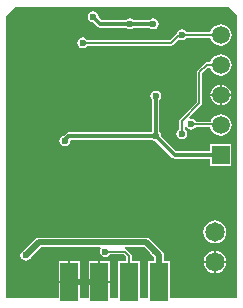
<source format=gbl>
G04*
G04 #@! TF.GenerationSoftware,Altium Limited,CircuitStudio,1.5.2 (30)*
G04*
G04 Layer_Physical_Order=2*
G04 Layer_Color=16711680*
%FSLAX25Y25*%
%MOIN*%
G70*
G01*
G75*
%ADD10R,0.06000X0.12598*%
%ADD25C,0.01969*%
%ADD26C,0.00600*%
%ADD28C,0.01181*%
%ADD29C,0.05906*%
%ADD30R,0.05906X0.05906*%
%ADD31C,0.06500*%
%ADD32C,0.02362*%
%ADD33C,0.02756*%
G36*
X349606Y242520D02*
Y148425D01*
X327124D01*
Y160718D01*
X325237D01*
Y162598D01*
X325135Y163114D01*
X325114Y163217D01*
X324764Y163741D01*
X323747Y164758D01*
X323725Y164868D01*
X323331Y165457D01*
X322742Y165851D01*
X322632Y165873D01*
X320433Y168071D01*
X319910Y168421D01*
X319291Y168544D01*
X283465D01*
X282846Y168421D01*
X282322Y168071D01*
X278549Y164298D01*
X278439Y164276D01*
X277850Y163883D01*
X277456Y163293D01*
X277318Y162598D01*
X277456Y161904D01*
X277850Y161314D01*
X278439Y160921D01*
X279134Y160782D01*
X279829Y160921D01*
X280418Y161314D01*
X280812Y161904D01*
X280834Y162014D01*
X284134Y165314D01*
X303833D01*
X304100Y164814D01*
X303952Y164593D01*
X303814Y163898D01*
X303952Y163203D01*
X304346Y162613D01*
X304935Y162220D01*
X305630Y162082D01*
X306325Y162220D01*
X306914Y162613D01*
X307159Y162980D01*
X311706D01*
X312606Y162081D01*
Y160718D01*
X309924D01*
Y148425D01*
X307024D01*
Y153569D01*
X300024D01*
Y148425D01*
X297024D01*
Y153569D01*
X290024D01*
Y148425D01*
X272441D01*
Y242126D01*
X275590Y245276D01*
X346850D01*
X349606Y242520D01*
D02*
G37*
G36*
X320348Y163589D02*
X320370Y163478D01*
X320763Y162889D01*
X321352Y162496D01*
X321463Y162473D01*
X322007Y161929D01*
Y160718D01*
X319924D01*
Y148425D01*
X317124D01*
Y160718D01*
X314441D01*
Y162461D01*
X314371Y162812D01*
X314173Y163110D01*
X312736Y164547D01*
X312438Y164745D01*
X312087Y164815D01*
X312090Y165314D01*
X318622D01*
X320348Y163589D01*
D02*
G37*
%LPC*%
G36*
X341876Y160222D02*
X338376D01*
X338473Y159494D01*
X338850Y158581D01*
X339452Y157798D01*
X340235Y157197D01*
X341147Y156819D01*
X341876Y156723D01*
Y160222D01*
D02*
G37*
G36*
X345875D02*
X342376D01*
Y156723D01*
X343105Y156819D01*
X344017Y157197D01*
X344800Y157798D01*
X345402Y158581D01*
X345779Y159494D01*
X345875Y160222D01*
D02*
G37*
G36*
X341876Y164222D02*
X341147Y164126D01*
X340235Y163748D01*
X339452Y163147D01*
X338850Y162364D01*
X338473Y161451D01*
X338376Y160722D01*
X341876D01*
Y164222D01*
D02*
G37*
G36*
X307024Y160618D02*
X303774D01*
Y154069D01*
X307024D01*
Y160618D01*
D02*
G37*
G36*
X293274D02*
X290024D01*
Y154069D01*
X293274D01*
Y160618D01*
D02*
G37*
G36*
X297024D02*
X293774D01*
Y154069D01*
X297024D01*
Y160618D01*
D02*
G37*
G36*
X303274D02*
X300024D01*
Y154069D01*
X303274D01*
Y160618D01*
D02*
G37*
G36*
X342376Y164222D02*
Y160722D01*
X345875D01*
X345779Y161451D01*
X345402Y162364D01*
X344800Y163147D01*
X344017Y163748D01*
X343105Y164126D01*
X342376Y164222D01*
D02*
G37*
G36*
X344094Y229646D02*
X343167Y229524D01*
X342303Y229166D01*
X341561Y228597D01*
X340991Y227855D01*
X340633Y226991D01*
X340632Y226981D01*
X339449D01*
X339156Y226922D01*
X339098Y226911D01*
X338800Y226712D01*
X336359Y224271D01*
X336160Y223973D01*
X336090Y223622D01*
Y213766D01*
X330453Y208129D01*
X330255Y207832D01*
X330185Y207480D01*
Y204679D01*
X329818Y204434D01*
X329425Y203845D01*
X329286Y203150D01*
X329425Y202455D01*
X329818Y201866D01*
X330407Y201472D01*
X331102Y201334D01*
X331797Y201472D01*
X332386Y201866D01*
X332780Y202455D01*
X332918Y203150D01*
X332780Y203845D01*
X332386Y204434D01*
X332020Y204679D01*
Y205828D01*
X332520Y205877D01*
X332574Y205604D01*
X332968Y205015D01*
X333557Y204622D01*
X334252Y204483D01*
X334947Y204622D01*
X335536Y205015D01*
X335781Y205382D01*
X340601D01*
X340633Y205136D01*
X340991Y204271D01*
X341561Y203529D01*
X342303Y202960D01*
X343167Y202602D01*
X344094Y202480D01*
X345022Y202602D01*
X345886Y202960D01*
X346628Y203529D01*
X347198Y204271D01*
X347556Y205136D01*
X347678Y206063D01*
X347556Y206991D01*
X347198Y207855D01*
X346628Y208597D01*
X345886Y209166D01*
X345022Y209524D01*
X344094Y209646D01*
X343167Y209524D01*
X342303Y209166D01*
X341561Y208597D01*
X340991Y207855D01*
X340727Y207217D01*
X335781D01*
X335536Y207583D01*
X334947Y207977D01*
X334252Y208115D01*
X334083Y208082D01*
X333521Y208480D01*
X333506Y208586D01*
X337657Y212737D01*
X337856Y213035D01*
X337867Y213093D01*
X337926Y213386D01*
Y223242D01*
X339829Y225145D01*
X340632D01*
X340633Y225136D01*
X340991Y224271D01*
X341561Y223529D01*
X342303Y222960D01*
X343167Y222602D01*
X344094Y222480D01*
X345022Y222602D01*
X345886Y222960D01*
X346628Y223529D01*
X347198Y224271D01*
X347556Y225136D01*
X347678Y226063D01*
X347556Y226991D01*
X347198Y227855D01*
X346628Y228597D01*
X345886Y229166D01*
X345022Y229524D01*
X344094Y229646D01*
D02*
G37*
G36*
X344344Y219513D02*
Y216313D01*
X347544D01*
X347458Y216964D01*
X347110Y217804D01*
X346557Y218526D01*
X345836Y219079D01*
X344996Y219427D01*
X344344Y219513D01*
D02*
G37*
G36*
X301575Y243942D02*
X300880Y243804D01*
X300291Y243410D01*
X299897Y242821D01*
X299759Y242126D01*
X299897Y241431D01*
X300291Y240842D01*
X300880Y240448D01*
X301575Y240310D01*
X301658Y240326D01*
X303079Y238906D01*
X303079Y238906D01*
X303472Y238642D01*
X303550Y238627D01*
X303937Y238550D01*
X303937Y238550D01*
X312449D01*
X312495Y238480D01*
X313085Y238086D01*
X313779Y237948D01*
X314475Y238086D01*
X315064Y238480D01*
X315111Y238550D01*
X320322D01*
X320369Y238480D01*
X320959Y238086D01*
X321654Y237948D01*
X322348Y238086D01*
X322938Y238480D01*
X323331Y239069D01*
X323469Y239764D01*
X323331Y240459D01*
X322938Y241048D01*
X322348Y241441D01*
X321654Y241580D01*
X320959Y241441D01*
X320369Y241048D01*
X320322Y240978D01*
X315111D01*
X315064Y241048D01*
X314475Y241442D01*
X313779Y241580D01*
X313085Y241442D01*
X312495Y241048D01*
X312449Y240978D01*
X304440D01*
X303374Y242043D01*
X303391Y242126D01*
X303253Y242821D01*
X302859Y243410D01*
X302270Y243804D01*
X301575Y243942D01*
D02*
G37*
G36*
X344094Y239646D02*
X343167Y239524D01*
X342303Y239166D01*
X341561Y238597D01*
X340991Y237855D01*
X340633Y236990D01*
X340632Y236981D01*
X332736D01*
X332386Y237505D01*
X331797Y237898D01*
X331102Y238036D01*
X330407Y237898D01*
X329818Y237505D01*
X329425Y236915D01*
X329353Y236556D01*
X327179Y234382D01*
X299560D01*
X299316Y234749D01*
X298726Y235142D01*
X298031Y235281D01*
X297337Y235142D01*
X296747Y234749D01*
X296354Y234159D01*
X296216Y233465D01*
X296354Y232770D01*
X296747Y232181D01*
X297337Y231787D01*
X298031Y231649D01*
X298726Y231787D01*
X299316Y232181D01*
X299560Y232547D01*
X327559D01*
X327910Y232617D01*
X328208Y232816D01*
X330124Y234732D01*
X330407Y234543D01*
X331102Y234404D01*
X331797Y234543D01*
X332386Y234936D01*
X332526Y235145D01*
X340632D01*
X340633Y235136D01*
X340991Y234271D01*
X341561Y233529D01*
X342303Y232960D01*
X343167Y232602D01*
X344094Y232480D01*
X345022Y232602D01*
X345886Y232960D01*
X346628Y233529D01*
X347198Y234271D01*
X347556Y235136D01*
X347678Y236063D01*
X347556Y236990D01*
X347198Y237855D01*
X346628Y238597D01*
X345886Y239166D01*
X345022Y239524D01*
X344094Y239646D01*
D02*
G37*
G36*
X343845Y219513D02*
X343193Y219427D01*
X342353Y219079D01*
X341632Y218526D01*
X341078Y217804D01*
X340731Y216964D01*
X340645Y216313D01*
X343845D01*
Y219513D01*
D02*
G37*
G36*
X322441Y217564D02*
X321746Y217426D01*
X321157Y217032D01*
X320763Y216443D01*
X320625Y215748D01*
X320763Y215053D01*
X321157Y214464D01*
X321227Y214417D01*
Y203693D01*
X321157Y203646D01*
X321110Y203576D01*
X293307D01*
X293307Y203576D01*
X292843Y203484D01*
X292449Y203221D01*
X292449Y203221D01*
X291758Y202530D01*
X291431Y202465D01*
X290842Y202071D01*
X290448Y201482D01*
X290310Y200787D01*
X290448Y200093D01*
X290842Y199503D01*
X291431Y199110D01*
X292126Y198971D01*
X292821Y199110D01*
X293410Y199503D01*
X293804Y200093D01*
X293942Y200787D01*
X294238Y201148D01*
X321110D01*
X321157Y201078D01*
X321746Y200684D01*
X322441Y200546D01*
X322524Y200563D01*
X327882Y195205D01*
X327882Y195205D01*
X328276Y194941D01*
X328740Y194849D01*
X328740Y194849D01*
X340542D01*
Y192510D01*
X347647D01*
Y199616D01*
X340542D01*
Y197277D01*
X329243D01*
X324240Y202279D01*
X324257Y202362D01*
X324119Y203057D01*
X323725Y203646D01*
X323655Y203693D01*
Y214417D01*
X323725Y214464D01*
X324119Y215053D01*
X324257Y215748D01*
X324119Y216443D01*
X323725Y217032D01*
X323136Y217426D01*
X322441Y217564D01*
D02*
G37*
G36*
X342126Y174356D02*
X341121Y174223D01*
X340184Y173835D01*
X339380Y173218D01*
X338763Y172414D01*
X338375Y171477D01*
X338243Y170473D01*
X338375Y169467D01*
X338763Y168531D01*
X339380Y167727D01*
X340184Y167110D01*
X341121Y166722D01*
X342126Y166589D01*
X343131Y166722D01*
X344068Y167110D01*
X344872Y167727D01*
X345489Y168531D01*
X345877Y169467D01*
X346009Y170473D01*
X345877Y171477D01*
X345489Y172414D01*
X344872Y173218D01*
X344068Y173835D01*
X343131Y174223D01*
X342126Y174356D01*
D02*
G37*
G36*
X347544Y215813D02*
X344344D01*
Y212613D01*
X344996Y212699D01*
X345836Y213047D01*
X346557Y213600D01*
X347110Y214322D01*
X347458Y215162D01*
X347544Y215813D01*
D02*
G37*
G36*
X343845D02*
X340645D01*
X340731Y215162D01*
X341078Y214322D01*
X341632Y213600D01*
X342353Y213047D01*
X343193Y212699D01*
X343845Y212613D01*
Y215813D01*
D02*
G37*
%LPD*%
D10*
X323524Y153819D02*
D03*
X313524D02*
D03*
X303524D02*
D03*
X293524D02*
D03*
D25*
X319291Y166929D02*
X322047Y164173D01*
X283465Y166929D02*
X319291D01*
X323622Y153937D02*
Y162598D01*
X322047Y164173D02*
X323622Y162598D01*
X279134D02*
X283465Y166929D01*
X298524Y153819D02*
X303524D01*
X293524D02*
X298524D01*
D26*
X323524Y153839D02*
X323622Y153937D01*
X313524Y153819D02*
Y162461D01*
X312087Y163898D02*
X313524Y162461D01*
X305630Y163898D02*
X312087D01*
X339449Y226063D02*
X344094D01*
X337008Y223622D02*
X339449Y226063D01*
X337008Y213386D02*
Y223622D01*
X331102Y207480D02*
X337008Y213386D01*
X331102Y203150D02*
Y207480D01*
X343858Y206299D02*
X344094Y206063D01*
X334252Y206299D02*
X343858D01*
X298031Y233465D02*
X327559D01*
X331102Y236063D02*
X344094D01*
X327559Y233465D02*
X330157Y236063D01*
X321654Y239764D02*
X321654Y239764D01*
D28*
X328740Y196063D02*
X344094D01*
X322441Y202362D02*
X328740Y196063D01*
X292126Y200787D02*
Y201181D01*
X293307Y202362D01*
X322441D01*
Y215748D01*
X303937Y239764D02*
X313779D01*
X301575Y242126D02*
X303937Y239764D01*
X313779D02*
X321654D01*
D29*
X344094Y236063D02*
D03*
Y226063D02*
D03*
Y216063D02*
D03*
Y206063D02*
D03*
D30*
Y196063D02*
D03*
D31*
X342126Y160473D02*
D03*
Y170473D02*
D03*
D32*
X322047Y164173D02*
D03*
X292126Y200787D02*
D03*
X322441Y215748D02*
D03*
Y202362D02*
D03*
X279134Y162598D02*
D03*
X298524Y153819D02*
D03*
X323622Y153937D02*
D03*
X305630Y163898D02*
D03*
X331102Y203150D02*
D03*
X334252Y206299D02*
D03*
X301575Y242126D02*
D03*
X298031Y233465D02*
D03*
X331102Y236221D02*
D03*
X313386Y236614D02*
D03*
X321654Y239764D02*
D03*
X313779Y239764D02*
D03*
X298819Y223622D02*
D03*
Y219291D02*
D03*
Y214961D02*
D03*
X294488Y223622D02*
D03*
Y219291D02*
D03*
Y214961D02*
D03*
X290158Y223622D02*
D03*
Y219291D02*
D03*
Y214961D02*
D03*
D33*
X277953Y209055D02*
D03*
X279528Y238583D02*
D03*
X335039Y242126D02*
D03*
X330315Y219291D02*
D03*
X317323Y217323D02*
D03*
X316142Y209449D02*
D03*
X316535Y198031D02*
D03*
X335433Y164567D02*
D03*
X335827Y152362D02*
D03*
X281102Y153543D02*
D03*
X290551Y180709D02*
D03*
X305512Y182677D02*
D03*
M02*

</source>
